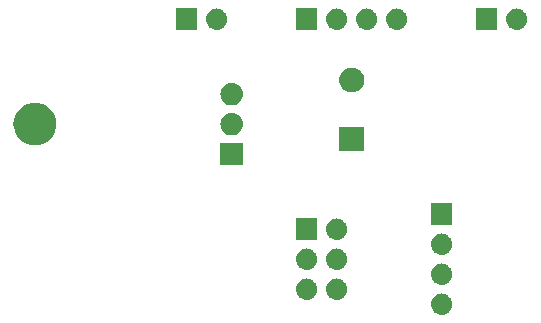
<source format=gbs>
G04 #@! TF.GenerationSoftware,KiCad,Pcbnew,(5.0.1)-3*
G04 #@! TF.CreationDate,2018-12-25T20:41:26+01:00*
G04 #@! TF.ProjectId,iLight,694C696768742E6B696361645F706362,rev?*
G04 #@! TF.SameCoordinates,Original*
G04 #@! TF.FileFunction,Soldermask,Bot*
G04 #@! TF.FilePolarity,Negative*
%FSLAX46Y46*%
G04 Gerber Fmt 4.6, Leading zero omitted, Abs format (unit mm)*
G04 Created by KiCad (PCBNEW (5.0.1)-3) date 25/12/2018 20:41:26*
%MOMM*%
%LPD*%
G01*
G04 APERTURE LIST*
%ADD10C,0.100000*%
G04 APERTURE END LIST*
D10*
G36*
X204580442Y-119755518D02*
X204646627Y-119762037D01*
X204759853Y-119796384D01*
X204816467Y-119813557D01*
X204946363Y-119882989D01*
X204972991Y-119897222D01*
X205008729Y-119926552D01*
X205110186Y-120009814D01*
X205193448Y-120111271D01*
X205222778Y-120147009D01*
X205222779Y-120147011D01*
X205306443Y-120303533D01*
X205306443Y-120303534D01*
X205357963Y-120473373D01*
X205375359Y-120650000D01*
X205357963Y-120826627D01*
X205323616Y-120939853D01*
X205306443Y-120996467D01*
X205232348Y-121135087D01*
X205222778Y-121152991D01*
X205193448Y-121188729D01*
X205110186Y-121290186D01*
X205008729Y-121373448D01*
X204972991Y-121402778D01*
X204972989Y-121402779D01*
X204816467Y-121486443D01*
X204759853Y-121503616D01*
X204646627Y-121537963D01*
X204580443Y-121544481D01*
X204514260Y-121551000D01*
X204425740Y-121551000D01*
X204359557Y-121544481D01*
X204293373Y-121537963D01*
X204180147Y-121503616D01*
X204123533Y-121486443D01*
X203967011Y-121402779D01*
X203967009Y-121402778D01*
X203931271Y-121373448D01*
X203829814Y-121290186D01*
X203746552Y-121188729D01*
X203717222Y-121152991D01*
X203707652Y-121135087D01*
X203633557Y-120996467D01*
X203616384Y-120939853D01*
X203582037Y-120826627D01*
X203564641Y-120650000D01*
X203582037Y-120473373D01*
X203633557Y-120303534D01*
X203633557Y-120303533D01*
X203717221Y-120147011D01*
X203717222Y-120147009D01*
X203746552Y-120111271D01*
X203829814Y-120009814D01*
X203931271Y-119926552D01*
X203967009Y-119897222D01*
X203993637Y-119882989D01*
X204123533Y-119813557D01*
X204180147Y-119796384D01*
X204293373Y-119762037D01*
X204359558Y-119755518D01*
X204425740Y-119749000D01*
X204514260Y-119749000D01*
X204580442Y-119755518D01*
X204580442Y-119755518D01*
G37*
G36*
X195690442Y-118485518D02*
X195756627Y-118492037D01*
X195869853Y-118526384D01*
X195926467Y-118543557D01*
X196056363Y-118612989D01*
X196082991Y-118627222D01*
X196118729Y-118656552D01*
X196220186Y-118739814D01*
X196303448Y-118841271D01*
X196332778Y-118877009D01*
X196332779Y-118877011D01*
X196416443Y-119033533D01*
X196416443Y-119033534D01*
X196467963Y-119203373D01*
X196485359Y-119380000D01*
X196467963Y-119556627D01*
X196433616Y-119669853D01*
X196416443Y-119726467D01*
X196397430Y-119762037D01*
X196332778Y-119882991D01*
X196303448Y-119918729D01*
X196220186Y-120020186D01*
X196118729Y-120103448D01*
X196082991Y-120132778D01*
X196082989Y-120132779D01*
X195926467Y-120216443D01*
X195869853Y-120233616D01*
X195756627Y-120267963D01*
X195690442Y-120274482D01*
X195624260Y-120281000D01*
X195535740Y-120281000D01*
X195469558Y-120274482D01*
X195403373Y-120267963D01*
X195290147Y-120233616D01*
X195233533Y-120216443D01*
X195077011Y-120132779D01*
X195077009Y-120132778D01*
X195041271Y-120103448D01*
X194939814Y-120020186D01*
X194856552Y-119918729D01*
X194827222Y-119882991D01*
X194762570Y-119762037D01*
X194743557Y-119726467D01*
X194726384Y-119669853D01*
X194692037Y-119556627D01*
X194674641Y-119380000D01*
X194692037Y-119203373D01*
X194743557Y-119033534D01*
X194743557Y-119033533D01*
X194827221Y-118877011D01*
X194827222Y-118877009D01*
X194856552Y-118841271D01*
X194939814Y-118739814D01*
X195041271Y-118656552D01*
X195077009Y-118627222D01*
X195103637Y-118612989D01*
X195233533Y-118543557D01*
X195290147Y-118526384D01*
X195403373Y-118492037D01*
X195469558Y-118485518D01*
X195535740Y-118479000D01*
X195624260Y-118479000D01*
X195690442Y-118485518D01*
X195690442Y-118485518D01*
G37*
G36*
X193150442Y-118485518D02*
X193216627Y-118492037D01*
X193329853Y-118526384D01*
X193386467Y-118543557D01*
X193516363Y-118612989D01*
X193542991Y-118627222D01*
X193578729Y-118656552D01*
X193680186Y-118739814D01*
X193763448Y-118841271D01*
X193792778Y-118877009D01*
X193792779Y-118877011D01*
X193876443Y-119033533D01*
X193876443Y-119033534D01*
X193927963Y-119203373D01*
X193945359Y-119380000D01*
X193927963Y-119556627D01*
X193893616Y-119669853D01*
X193876443Y-119726467D01*
X193857430Y-119762037D01*
X193792778Y-119882991D01*
X193763448Y-119918729D01*
X193680186Y-120020186D01*
X193578729Y-120103448D01*
X193542991Y-120132778D01*
X193542989Y-120132779D01*
X193386467Y-120216443D01*
X193329853Y-120233616D01*
X193216627Y-120267963D01*
X193150442Y-120274482D01*
X193084260Y-120281000D01*
X192995740Y-120281000D01*
X192929558Y-120274482D01*
X192863373Y-120267963D01*
X192750147Y-120233616D01*
X192693533Y-120216443D01*
X192537011Y-120132779D01*
X192537009Y-120132778D01*
X192501271Y-120103448D01*
X192399814Y-120020186D01*
X192316552Y-119918729D01*
X192287222Y-119882991D01*
X192222570Y-119762037D01*
X192203557Y-119726467D01*
X192186384Y-119669853D01*
X192152037Y-119556627D01*
X192134641Y-119380000D01*
X192152037Y-119203373D01*
X192203557Y-119033534D01*
X192203557Y-119033533D01*
X192287221Y-118877011D01*
X192287222Y-118877009D01*
X192316552Y-118841271D01*
X192399814Y-118739814D01*
X192501271Y-118656552D01*
X192537009Y-118627222D01*
X192563637Y-118612989D01*
X192693533Y-118543557D01*
X192750147Y-118526384D01*
X192863373Y-118492037D01*
X192929558Y-118485518D01*
X192995740Y-118479000D01*
X193084260Y-118479000D01*
X193150442Y-118485518D01*
X193150442Y-118485518D01*
G37*
G36*
X204580443Y-117215519D02*
X204646627Y-117222037D01*
X204759853Y-117256384D01*
X204816467Y-117273557D01*
X204946363Y-117342989D01*
X204972991Y-117357222D01*
X205008729Y-117386552D01*
X205110186Y-117469814D01*
X205193448Y-117571271D01*
X205222778Y-117607009D01*
X205222779Y-117607011D01*
X205306443Y-117763533D01*
X205306443Y-117763534D01*
X205357963Y-117933373D01*
X205375359Y-118110000D01*
X205357963Y-118286627D01*
X205323616Y-118399853D01*
X205306443Y-118456467D01*
X205287430Y-118492037D01*
X205222778Y-118612991D01*
X205193448Y-118648729D01*
X205110186Y-118750186D01*
X205008729Y-118833448D01*
X204972991Y-118862778D01*
X204972989Y-118862779D01*
X204816467Y-118946443D01*
X204759853Y-118963616D01*
X204646627Y-118997963D01*
X204580443Y-119004481D01*
X204514260Y-119011000D01*
X204425740Y-119011000D01*
X204359557Y-119004481D01*
X204293373Y-118997963D01*
X204180147Y-118963616D01*
X204123533Y-118946443D01*
X203967011Y-118862779D01*
X203967009Y-118862778D01*
X203931271Y-118833448D01*
X203829814Y-118750186D01*
X203746552Y-118648729D01*
X203717222Y-118612991D01*
X203652570Y-118492037D01*
X203633557Y-118456467D01*
X203616384Y-118399853D01*
X203582037Y-118286627D01*
X203564641Y-118110000D01*
X203582037Y-117933373D01*
X203633557Y-117763534D01*
X203633557Y-117763533D01*
X203717221Y-117607011D01*
X203717222Y-117607009D01*
X203746552Y-117571271D01*
X203829814Y-117469814D01*
X203931271Y-117386552D01*
X203967009Y-117357222D01*
X203993637Y-117342989D01*
X204123533Y-117273557D01*
X204180147Y-117256384D01*
X204293373Y-117222037D01*
X204359557Y-117215519D01*
X204425740Y-117209000D01*
X204514260Y-117209000D01*
X204580443Y-117215519D01*
X204580443Y-117215519D01*
G37*
G36*
X193150442Y-115945518D02*
X193216627Y-115952037D01*
X193329853Y-115986384D01*
X193386467Y-116003557D01*
X193516363Y-116072989D01*
X193542991Y-116087222D01*
X193578729Y-116116552D01*
X193680186Y-116199814D01*
X193763448Y-116301271D01*
X193792778Y-116337009D01*
X193792779Y-116337011D01*
X193876443Y-116493533D01*
X193876443Y-116493534D01*
X193927963Y-116663373D01*
X193945359Y-116840000D01*
X193927963Y-117016627D01*
X193893616Y-117129853D01*
X193876443Y-117186467D01*
X193857430Y-117222037D01*
X193792778Y-117342991D01*
X193763448Y-117378729D01*
X193680186Y-117480186D01*
X193578729Y-117563448D01*
X193542991Y-117592778D01*
X193542989Y-117592779D01*
X193386467Y-117676443D01*
X193329853Y-117693616D01*
X193216627Y-117727963D01*
X193150442Y-117734482D01*
X193084260Y-117741000D01*
X192995740Y-117741000D01*
X192929558Y-117734482D01*
X192863373Y-117727963D01*
X192750147Y-117693616D01*
X192693533Y-117676443D01*
X192537011Y-117592779D01*
X192537009Y-117592778D01*
X192501271Y-117563448D01*
X192399814Y-117480186D01*
X192316552Y-117378729D01*
X192287222Y-117342991D01*
X192222570Y-117222037D01*
X192203557Y-117186467D01*
X192186384Y-117129853D01*
X192152037Y-117016627D01*
X192134641Y-116840000D01*
X192152037Y-116663373D01*
X192203557Y-116493534D01*
X192203557Y-116493533D01*
X192287221Y-116337011D01*
X192287222Y-116337009D01*
X192316552Y-116301271D01*
X192399814Y-116199814D01*
X192501271Y-116116552D01*
X192537009Y-116087222D01*
X192563637Y-116072989D01*
X192693533Y-116003557D01*
X192750147Y-115986384D01*
X192863373Y-115952037D01*
X192929558Y-115945518D01*
X192995740Y-115939000D01*
X193084260Y-115939000D01*
X193150442Y-115945518D01*
X193150442Y-115945518D01*
G37*
G36*
X195690442Y-115945518D02*
X195756627Y-115952037D01*
X195869853Y-115986384D01*
X195926467Y-116003557D01*
X196056363Y-116072989D01*
X196082991Y-116087222D01*
X196118729Y-116116552D01*
X196220186Y-116199814D01*
X196303448Y-116301271D01*
X196332778Y-116337009D01*
X196332779Y-116337011D01*
X196416443Y-116493533D01*
X196416443Y-116493534D01*
X196467963Y-116663373D01*
X196485359Y-116840000D01*
X196467963Y-117016627D01*
X196433616Y-117129853D01*
X196416443Y-117186467D01*
X196397430Y-117222037D01*
X196332778Y-117342991D01*
X196303448Y-117378729D01*
X196220186Y-117480186D01*
X196118729Y-117563448D01*
X196082991Y-117592778D01*
X196082989Y-117592779D01*
X195926467Y-117676443D01*
X195869853Y-117693616D01*
X195756627Y-117727963D01*
X195690442Y-117734482D01*
X195624260Y-117741000D01*
X195535740Y-117741000D01*
X195469558Y-117734482D01*
X195403373Y-117727963D01*
X195290147Y-117693616D01*
X195233533Y-117676443D01*
X195077011Y-117592779D01*
X195077009Y-117592778D01*
X195041271Y-117563448D01*
X194939814Y-117480186D01*
X194856552Y-117378729D01*
X194827222Y-117342991D01*
X194762570Y-117222037D01*
X194743557Y-117186467D01*
X194726384Y-117129853D01*
X194692037Y-117016627D01*
X194674641Y-116840000D01*
X194692037Y-116663373D01*
X194743557Y-116493534D01*
X194743557Y-116493533D01*
X194827221Y-116337011D01*
X194827222Y-116337009D01*
X194856552Y-116301271D01*
X194939814Y-116199814D01*
X195041271Y-116116552D01*
X195077009Y-116087222D01*
X195103637Y-116072989D01*
X195233533Y-116003557D01*
X195290147Y-115986384D01*
X195403373Y-115952037D01*
X195469558Y-115945518D01*
X195535740Y-115939000D01*
X195624260Y-115939000D01*
X195690442Y-115945518D01*
X195690442Y-115945518D01*
G37*
G36*
X204580443Y-114675519D02*
X204646627Y-114682037D01*
X204759853Y-114716384D01*
X204816467Y-114733557D01*
X204946363Y-114802989D01*
X204972991Y-114817222D01*
X205008729Y-114846552D01*
X205110186Y-114929814D01*
X205193448Y-115031271D01*
X205222778Y-115067009D01*
X205222779Y-115067011D01*
X205306443Y-115223533D01*
X205306443Y-115223534D01*
X205357963Y-115393373D01*
X205375359Y-115570000D01*
X205357963Y-115746627D01*
X205323616Y-115859853D01*
X205306443Y-115916467D01*
X205287430Y-115952037D01*
X205222778Y-116072991D01*
X205193448Y-116108729D01*
X205110186Y-116210186D01*
X205008729Y-116293448D01*
X204972991Y-116322778D01*
X204972989Y-116322779D01*
X204816467Y-116406443D01*
X204759853Y-116423616D01*
X204646627Y-116457963D01*
X204580442Y-116464482D01*
X204514260Y-116471000D01*
X204425740Y-116471000D01*
X204359558Y-116464482D01*
X204293373Y-116457963D01*
X204180147Y-116423616D01*
X204123533Y-116406443D01*
X203967011Y-116322779D01*
X203967009Y-116322778D01*
X203931271Y-116293448D01*
X203829814Y-116210186D01*
X203746552Y-116108729D01*
X203717222Y-116072991D01*
X203652570Y-115952037D01*
X203633557Y-115916467D01*
X203616384Y-115859853D01*
X203582037Y-115746627D01*
X203564641Y-115570000D01*
X203582037Y-115393373D01*
X203633557Y-115223534D01*
X203633557Y-115223533D01*
X203717221Y-115067011D01*
X203717222Y-115067009D01*
X203746552Y-115031271D01*
X203829814Y-114929814D01*
X203931271Y-114846552D01*
X203967009Y-114817222D01*
X203993637Y-114802989D01*
X204123533Y-114733557D01*
X204180147Y-114716384D01*
X204293373Y-114682037D01*
X204359557Y-114675519D01*
X204425740Y-114669000D01*
X204514260Y-114669000D01*
X204580443Y-114675519D01*
X204580443Y-114675519D01*
G37*
G36*
X193941000Y-115201000D02*
X192139000Y-115201000D01*
X192139000Y-113399000D01*
X193941000Y-113399000D01*
X193941000Y-115201000D01*
X193941000Y-115201000D01*
G37*
G36*
X195690443Y-113405519D02*
X195756627Y-113412037D01*
X195869853Y-113446384D01*
X195926467Y-113463557D01*
X196065087Y-113537652D01*
X196082991Y-113547222D01*
X196118729Y-113576552D01*
X196220186Y-113659814D01*
X196303448Y-113761271D01*
X196332778Y-113797009D01*
X196332779Y-113797011D01*
X196416443Y-113953533D01*
X196416443Y-113953534D01*
X196467963Y-114123373D01*
X196485359Y-114300000D01*
X196467963Y-114476627D01*
X196433616Y-114589853D01*
X196416443Y-114646467D01*
X196397430Y-114682037D01*
X196332778Y-114802991D01*
X196303448Y-114838729D01*
X196220186Y-114940186D01*
X196118729Y-115023448D01*
X196082991Y-115052778D01*
X196082989Y-115052779D01*
X195926467Y-115136443D01*
X195869853Y-115153616D01*
X195756627Y-115187963D01*
X195690442Y-115194482D01*
X195624260Y-115201000D01*
X195535740Y-115201000D01*
X195469558Y-115194482D01*
X195403373Y-115187963D01*
X195290147Y-115153616D01*
X195233533Y-115136443D01*
X195077011Y-115052779D01*
X195077009Y-115052778D01*
X195041271Y-115023448D01*
X194939814Y-114940186D01*
X194856552Y-114838729D01*
X194827222Y-114802991D01*
X194762570Y-114682037D01*
X194743557Y-114646467D01*
X194726384Y-114589853D01*
X194692037Y-114476627D01*
X194674641Y-114300000D01*
X194692037Y-114123373D01*
X194743557Y-113953534D01*
X194743557Y-113953533D01*
X194827221Y-113797011D01*
X194827222Y-113797009D01*
X194856552Y-113761271D01*
X194939814Y-113659814D01*
X195041271Y-113576552D01*
X195077009Y-113547222D01*
X195094913Y-113537652D01*
X195233533Y-113463557D01*
X195290147Y-113446384D01*
X195403373Y-113412037D01*
X195469557Y-113405519D01*
X195535740Y-113399000D01*
X195624260Y-113399000D01*
X195690443Y-113405519D01*
X195690443Y-113405519D01*
G37*
G36*
X205371000Y-113931000D02*
X203569000Y-113931000D01*
X203569000Y-112129000D01*
X205371000Y-112129000D01*
X205371000Y-113931000D01*
X205371000Y-113931000D01*
G37*
G36*
X187641000Y-108901000D02*
X185739000Y-108901000D01*
X185739000Y-106999000D01*
X187641000Y-106999000D01*
X187641000Y-108901000D01*
X187641000Y-108901000D01*
G37*
G36*
X197901000Y-107731000D02*
X195799000Y-107731000D01*
X195799000Y-105629000D01*
X197901000Y-105629000D01*
X197901000Y-107731000D01*
X197901000Y-107731000D01*
G37*
G36*
X170206669Y-103617686D02*
X170383058Y-103635059D01*
X170609385Y-103703714D01*
X170722549Y-103738042D01*
X171035425Y-103905279D01*
X171309661Y-104130339D01*
X171534721Y-104404575D01*
X171701958Y-104717451D01*
X171701958Y-104717452D01*
X171804941Y-105056942D01*
X171839714Y-105410000D01*
X171804941Y-105763058D01*
X171750992Y-105940903D01*
X171701958Y-106102549D01*
X171534721Y-106415425D01*
X171309661Y-106689661D01*
X171035425Y-106914721D01*
X170722549Y-107081958D01*
X170609385Y-107116286D01*
X170383058Y-107184941D01*
X170206669Y-107202314D01*
X170118476Y-107211000D01*
X169941524Y-107211000D01*
X169853331Y-107202314D01*
X169676942Y-107184941D01*
X169450615Y-107116286D01*
X169337451Y-107081958D01*
X169024575Y-106914721D01*
X168750339Y-106689661D01*
X168525279Y-106415425D01*
X168358042Y-106102549D01*
X168309008Y-105940903D01*
X168255059Y-105763058D01*
X168220286Y-105410000D01*
X168255059Y-105056942D01*
X168358042Y-104717452D01*
X168358042Y-104717451D01*
X168525279Y-104404575D01*
X168750339Y-104130339D01*
X169024575Y-103905279D01*
X169337451Y-103738042D01*
X169450615Y-103703714D01*
X169676942Y-103635059D01*
X169853331Y-103617686D01*
X169941524Y-103609000D01*
X170118476Y-103609000D01*
X170206669Y-103617686D01*
X170206669Y-103617686D01*
G37*
G36*
X186876425Y-104472760D02*
X186876428Y-104472761D01*
X186876429Y-104472761D01*
X187055693Y-104527140D01*
X187055695Y-104527141D01*
X187220905Y-104615448D01*
X187365712Y-104734288D01*
X187484552Y-104879095D01*
X187484553Y-104879097D01*
X187572860Y-105044307D01*
X187576693Y-105056944D01*
X187627240Y-105223575D01*
X187645601Y-105410000D01*
X187627240Y-105596425D01*
X187627239Y-105596428D01*
X187627239Y-105596429D01*
X187576693Y-105763058D01*
X187572859Y-105775695D01*
X187484552Y-105940905D01*
X187365712Y-106085712D01*
X187220905Y-106204552D01*
X187220903Y-106204553D01*
X187055693Y-106292860D01*
X186876429Y-106347239D01*
X186876428Y-106347239D01*
X186876425Y-106347240D01*
X186736718Y-106361000D01*
X186643282Y-106361000D01*
X186503575Y-106347240D01*
X186503572Y-106347239D01*
X186503571Y-106347239D01*
X186324307Y-106292860D01*
X186159097Y-106204553D01*
X186159095Y-106204552D01*
X186014288Y-106085712D01*
X185895448Y-105940905D01*
X185807141Y-105775695D01*
X185803308Y-105763058D01*
X185752761Y-105596429D01*
X185752761Y-105596428D01*
X185752760Y-105596425D01*
X185734399Y-105410000D01*
X185752760Y-105223575D01*
X185803307Y-105056944D01*
X185807140Y-105044307D01*
X185895447Y-104879097D01*
X185895448Y-104879095D01*
X186014288Y-104734288D01*
X186159095Y-104615448D01*
X186324305Y-104527141D01*
X186324307Y-104527140D01*
X186503571Y-104472761D01*
X186503572Y-104472761D01*
X186503575Y-104472760D01*
X186643282Y-104459000D01*
X186736718Y-104459000D01*
X186876425Y-104472760D01*
X186876425Y-104472760D01*
G37*
G36*
X186876425Y-101932760D02*
X186876428Y-101932761D01*
X186876429Y-101932761D01*
X187055693Y-101987140D01*
X187055695Y-101987141D01*
X187220905Y-102075448D01*
X187365712Y-102194288D01*
X187484552Y-102339095D01*
X187484553Y-102339097D01*
X187572860Y-102504307D01*
X187627239Y-102683571D01*
X187627240Y-102683575D01*
X187645601Y-102870000D01*
X187627240Y-103056425D01*
X187572859Y-103235695D01*
X187484552Y-103400905D01*
X187365712Y-103545712D01*
X187220905Y-103664552D01*
X187055695Y-103752859D01*
X187055693Y-103752860D01*
X186876429Y-103807239D01*
X186876428Y-103807239D01*
X186876425Y-103807240D01*
X186736718Y-103821000D01*
X186643282Y-103821000D01*
X186503575Y-103807240D01*
X186503572Y-103807239D01*
X186503571Y-103807239D01*
X186324307Y-103752860D01*
X186324305Y-103752859D01*
X186159095Y-103664552D01*
X186014288Y-103545712D01*
X185895448Y-103400905D01*
X185807141Y-103235695D01*
X185752760Y-103056425D01*
X185734399Y-102870000D01*
X185752760Y-102683575D01*
X185752761Y-102683571D01*
X185807140Y-102504307D01*
X185895447Y-102339097D01*
X185895448Y-102339095D01*
X186014288Y-102194288D01*
X186159095Y-102075448D01*
X186324305Y-101987141D01*
X186324307Y-101987140D01*
X186503571Y-101932761D01*
X186503572Y-101932761D01*
X186503575Y-101932760D01*
X186643282Y-101919000D01*
X186736718Y-101919000D01*
X186876425Y-101932760D01*
X186876425Y-101932760D01*
G37*
G36*
X197156565Y-100669389D02*
X197347834Y-100748615D01*
X197519976Y-100863637D01*
X197666363Y-101010024D01*
X197781385Y-101182166D01*
X197860611Y-101373435D01*
X197901000Y-101576484D01*
X197901000Y-101783516D01*
X197860611Y-101986565D01*
X197781385Y-102177834D01*
X197666363Y-102349976D01*
X197519976Y-102496363D01*
X197347834Y-102611385D01*
X197156565Y-102690611D01*
X196953516Y-102731000D01*
X196746484Y-102731000D01*
X196543435Y-102690611D01*
X196352166Y-102611385D01*
X196180024Y-102496363D01*
X196033637Y-102349976D01*
X195918615Y-102177834D01*
X195839389Y-101986565D01*
X195799000Y-101783516D01*
X195799000Y-101576484D01*
X195839389Y-101373435D01*
X195918615Y-101182166D01*
X196033637Y-101010024D01*
X196180024Y-100863637D01*
X196352166Y-100748615D01*
X196543435Y-100669389D01*
X196746484Y-100629000D01*
X196953516Y-100629000D01*
X197156565Y-100669389D01*
X197156565Y-100669389D01*
G37*
G36*
X210930442Y-95625518D02*
X210996627Y-95632037D01*
X211109853Y-95666384D01*
X211166467Y-95683557D01*
X211305087Y-95757652D01*
X211322991Y-95767222D01*
X211358729Y-95796552D01*
X211460186Y-95879814D01*
X211543448Y-95981271D01*
X211572778Y-96017009D01*
X211572779Y-96017011D01*
X211656443Y-96173533D01*
X211656443Y-96173534D01*
X211707963Y-96343373D01*
X211725359Y-96520000D01*
X211707963Y-96696627D01*
X211673616Y-96809853D01*
X211656443Y-96866467D01*
X211582348Y-97005087D01*
X211572778Y-97022991D01*
X211543448Y-97058729D01*
X211460186Y-97160186D01*
X211358729Y-97243448D01*
X211322991Y-97272778D01*
X211322989Y-97272779D01*
X211166467Y-97356443D01*
X211109853Y-97373616D01*
X210996627Y-97407963D01*
X210930442Y-97414482D01*
X210864260Y-97421000D01*
X210775740Y-97421000D01*
X210709558Y-97414482D01*
X210643373Y-97407963D01*
X210530147Y-97373616D01*
X210473533Y-97356443D01*
X210317011Y-97272779D01*
X210317009Y-97272778D01*
X210281271Y-97243448D01*
X210179814Y-97160186D01*
X210096552Y-97058729D01*
X210067222Y-97022991D01*
X210057652Y-97005087D01*
X209983557Y-96866467D01*
X209966384Y-96809853D01*
X209932037Y-96696627D01*
X209914641Y-96520000D01*
X209932037Y-96343373D01*
X209983557Y-96173534D01*
X209983557Y-96173533D01*
X210067221Y-96017011D01*
X210067222Y-96017009D01*
X210096552Y-95981271D01*
X210179814Y-95879814D01*
X210281271Y-95796552D01*
X210317009Y-95767222D01*
X210334913Y-95757652D01*
X210473533Y-95683557D01*
X210530147Y-95666384D01*
X210643373Y-95632037D01*
X210709558Y-95625518D01*
X210775740Y-95619000D01*
X210864260Y-95619000D01*
X210930442Y-95625518D01*
X210930442Y-95625518D01*
G37*
G36*
X183781000Y-97421000D02*
X181979000Y-97421000D01*
X181979000Y-95619000D01*
X183781000Y-95619000D01*
X183781000Y-97421000D01*
X183781000Y-97421000D01*
G37*
G36*
X185530442Y-95625518D02*
X185596627Y-95632037D01*
X185709853Y-95666384D01*
X185766467Y-95683557D01*
X185905087Y-95757652D01*
X185922991Y-95767222D01*
X185958729Y-95796552D01*
X186060186Y-95879814D01*
X186143448Y-95981271D01*
X186172778Y-96017009D01*
X186172779Y-96017011D01*
X186256443Y-96173533D01*
X186256443Y-96173534D01*
X186307963Y-96343373D01*
X186325359Y-96520000D01*
X186307963Y-96696627D01*
X186273616Y-96809853D01*
X186256443Y-96866467D01*
X186182348Y-97005087D01*
X186172778Y-97022991D01*
X186143448Y-97058729D01*
X186060186Y-97160186D01*
X185958729Y-97243448D01*
X185922991Y-97272778D01*
X185922989Y-97272779D01*
X185766467Y-97356443D01*
X185709853Y-97373616D01*
X185596627Y-97407963D01*
X185530442Y-97414482D01*
X185464260Y-97421000D01*
X185375740Y-97421000D01*
X185309558Y-97414482D01*
X185243373Y-97407963D01*
X185130147Y-97373616D01*
X185073533Y-97356443D01*
X184917011Y-97272779D01*
X184917009Y-97272778D01*
X184881271Y-97243448D01*
X184779814Y-97160186D01*
X184696552Y-97058729D01*
X184667222Y-97022991D01*
X184657652Y-97005087D01*
X184583557Y-96866467D01*
X184566384Y-96809853D01*
X184532037Y-96696627D01*
X184514641Y-96520000D01*
X184532037Y-96343373D01*
X184583557Y-96173534D01*
X184583557Y-96173533D01*
X184667221Y-96017011D01*
X184667222Y-96017009D01*
X184696552Y-95981271D01*
X184779814Y-95879814D01*
X184881271Y-95796552D01*
X184917009Y-95767222D01*
X184934913Y-95757652D01*
X185073533Y-95683557D01*
X185130147Y-95666384D01*
X185243373Y-95632037D01*
X185309558Y-95625518D01*
X185375740Y-95619000D01*
X185464260Y-95619000D01*
X185530442Y-95625518D01*
X185530442Y-95625518D01*
G37*
G36*
X193941000Y-97421000D02*
X192139000Y-97421000D01*
X192139000Y-95619000D01*
X193941000Y-95619000D01*
X193941000Y-97421000D01*
X193941000Y-97421000D01*
G37*
G36*
X200770442Y-95625518D02*
X200836627Y-95632037D01*
X200949853Y-95666384D01*
X201006467Y-95683557D01*
X201145087Y-95757652D01*
X201162991Y-95767222D01*
X201198729Y-95796552D01*
X201300186Y-95879814D01*
X201383448Y-95981271D01*
X201412778Y-96017009D01*
X201412779Y-96017011D01*
X201496443Y-96173533D01*
X201496443Y-96173534D01*
X201547963Y-96343373D01*
X201565359Y-96520000D01*
X201547963Y-96696627D01*
X201513616Y-96809853D01*
X201496443Y-96866467D01*
X201422348Y-97005087D01*
X201412778Y-97022991D01*
X201383448Y-97058729D01*
X201300186Y-97160186D01*
X201198729Y-97243448D01*
X201162991Y-97272778D01*
X201162989Y-97272779D01*
X201006467Y-97356443D01*
X200949853Y-97373616D01*
X200836627Y-97407963D01*
X200770442Y-97414482D01*
X200704260Y-97421000D01*
X200615740Y-97421000D01*
X200549558Y-97414482D01*
X200483373Y-97407963D01*
X200370147Y-97373616D01*
X200313533Y-97356443D01*
X200157011Y-97272779D01*
X200157009Y-97272778D01*
X200121271Y-97243448D01*
X200019814Y-97160186D01*
X199936552Y-97058729D01*
X199907222Y-97022991D01*
X199897652Y-97005087D01*
X199823557Y-96866467D01*
X199806384Y-96809853D01*
X199772037Y-96696627D01*
X199754641Y-96520000D01*
X199772037Y-96343373D01*
X199823557Y-96173534D01*
X199823557Y-96173533D01*
X199907221Y-96017011D01*
X199907222Y-96017009D01*
X199936552Y-95981271D01*
X200019814Y-95879814D01*
X200121271Y-95796552D01*
X200157009Y-95767222D01*
X200174913Y-95757652D01*
X200313533Y-95683557D01*
X200370147Y-95666384D01*
X200483373Y-95632037D01*
X200549558Y-95625518D01*
X200615740Y-95619000D01*
X200704260Y-95619000D01*
X200770442Y-95625518D01*
X200770442Y-95625518D01*
G37*
G36*
X198230442Y-95625518D02*
X198296627Y-95632037D01*
X198409853Y-95666384D01*
X198466467Y-95683557D01*
X198605087Y-95757652D01*
X198622991Y-95767222D01*
X198658729Y-95796552D01*
X198760186Y-95879814D01*
X198843448Y-95981271D01*
X198872778Y-96017009D01*
X198872779Y-96017011D01*
X198956443Y-96173533D01*
X198956443Y-96173534D01*
X199007963Y-96343373D01*
X199025359Y-96520000D01*
X199007963Y-96696627D01*
X198973616Y-96809853D01*
X198956443Y-96866467D01*
X198882348Y-97005087D01*
X198872778Y-97022991D01*
X198843448Y-97058729D01*
X198760186Y-97160186D01*
X198658729Y-97243448D01*
X198622991Y-97272778D01*
X198622989Y-97272779D01*
X198466467Y-97356443D01*
X198409853Y-97373616D01*
X198296627Y-97407963D01*
X198230442Y-97414482D01*
X198164260Y-97421000D01*
X198075740Y-97421000D01*
X198009558Y-97414482D01*
X197943373Y-97407963D01*
X197830147Y-97373616D01*
X197773533Y-97356443D01*
X197617011Y-97272779D01*
X197617009Y-97272778D01*
X197581271Y-97243448D01*
X197479814Y-97160186D01*
X197396552Y-97058729D01*
X197367222Y-97022991D01*
X197357652Y-97005087D01*
X197283557Y-96866467D01*
X197266384Y-96809853D01*
X197232037Y-96696627D01*
X197214641Y-96520000D01*
X197232037Y-96343373D01*
X197283557Y-96173534D01*
X197283557Y-96173533D01*
X197367221Y-96017011D01*
X197367222Y-96017009D01*
X197396552Y-95981271D01*
X197479814Y-95879814D01*
X197581271Y-95796552D01*
X197617009Y-95767222D01*
X197634913Y-95757652D01*
X197773533Y-95683557D01*
X197830147Y-95666384D01*
X197943373Y-95632037D01*
X198009558Y-95625518D01*
X198075740Y-95619000D01*
X198164260Y-95619000D01*
X198230442Y-95625518D01*
X198230442Y-95625518D01*
G37*
G36*
X195690442Y-95625518D02*
X195756627Y-95632037D01*
X195869853Y-95666384D01*
X195926467Y-95683557D01*
X196065087Y-95757652D01*
X196082991Y-95767222D01*
X196118729Y-95796552D01*
X196220186Y-95879814D01*
X196303448Y-95981271D01*
X196332778Y-96017009D01*
X196332779Y-96017011D01*
X196416443Y-96173533D01*
X196416443Y-96173534D01*
X196467963Y-96343373D01*
X196485359Y-96520000D01*
X196467963Y-96696627D01*
X196433616Y-96809853D01*
X196416443Y-96866467D01*
X196342348Y-97005087D01*
X196332778Y-97022991D01*
X196303448Y-97058729D01*
X196220186Y-97160186D01*
X196118729Y-97243448D01*
X196082991Y-97272778D01*
X196082989Y-97272779D01*
X195926467Y-97356443D01*
X195869853Y-97373616D01*
X195756627Y-97407963D01*
X195690442Y-97414482D01*
X195624260Y-97421000D01*
X195535740Y-97421000D01*
X195469558Y-97414482D01*
X195403373Y-97407963D01*
X195290147Y-97373616D01*
X195233533Y-97356443D01*
X195077011Y-97272779D01*
X195077009Y-97272778D01*
X195041271Y-97243448D01*
X194939814Y-97160186D01*
X194856552Y-97058729D01*
X194827222Y-97022991D01*
X194817652Y-97005087D01*
X194743557Y-96866467D01*
X194726384Y-96809853D01*
X194692037Y-96696627D01*
X194674641Y-96520000D01*
X194692037Y-96343373D01*
X194743557Y-96173534D01*
X194743557Y-96173533D01*
X194827221Y-96017011D01*
X194827222Y-96017009D01*
X194856552Y-95981271D01*
X194939814Y-95879814D01*
X195041271Y-95796552D01*
X195077009Y-95767222D01*
X195094913Y-95757652D01*
X195233533Y-95683557D01*
X195290147Y-95666384D01*
X195403373Y-95632037D01*
X195469558Y-95625518D01*
X195535740Y-95619000D01*
X195624260Y-95619000D01*
X195690442Y-95625518D01*
X195690442Y-95625518D01*
G37*
G36*
X209181000Y-97421000D02*
X207379000Y-97421000D01*
X207379000Y-95619000D01*
X209181000Y-95619000D01*
X209181000Y-97421000D01*
X209181000Y-97421000D01*
G37*
M02*

</source>
